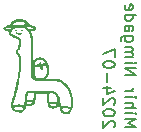
<source format=gbr>
%TF.GenerationSoftware,KiCad,Pcbnew,8.0.2*%
%TF.CreationDate,2024-07-16T12:59:33-07:00*%
%TF.ProjectId,sensor-node-rev-2,73656e73-6f72-42d6-9e6f-64652d726576,rev?*%
%TF.SameCoordinates,Original*%
%TF.FileFunction,Legend,Bot*%
%TF.FilePolarity,Positive*%
%FSLAX46Y46*%
G04 Gerber Fmt 4.6, Leading zero omitted, Abs format (unit mm)*
G04 Created by KiCad (PCBNEW 8.0.2) date 2024-07-16 12:59:33*
%MOMM*%
%LPD*%
G01*
G04 APERTURE LIST*
%ADD10C,0.150000*%
%ADD11C,0.000000*%
G04 APERTURE END LIST*
D10*
X118971442Y-114980361D02*
X119019061Y-114932742D01*
X119019061Y-114932742D02*
X119066680Y-114837504D01*
X119066680Y-114837504D02*
X119066680Y-114599409D01*
X119066680Y-114599409D02*
X119019061Y-114504171D01*
X119019061Y-114504171D02*
X118971442Y-114456552D01*
X118971442Y-114456552D02*
X118876204Y-114408933D01*
X118876204Y-114408933D02*
X118780966Y-114408933D01*
X118780966Y-114408933D02*
X118638109Y-114456552D01*
X118638109Y-114456552D02*
X118066680Y-115027980D01*
X118066680Y-115027980D02*
X118066680Y-114408933D01*
X119066680Y-113789885D02*
X119066680Y-113694647D01*
X119066680Y-113694647D02*
X119019061Y-113599409D01*
X119019061Y-113599409D02*
X118971442Y-113551790D01*
X118971442Y-113551790D02*
X118876204Y-113504171D01*
X118876204Y-113504171D02*
X118685728Y-113456552D01*
X118685728Y-113456552D02*
X118447633Y-113456552D01*
X118447633Y-113456552D02*
X118257157Y-113504171D01*
X118257157Y-113504171D02*
X118161919Y-113551790D01*
X118161919Y-113551790D02*
X118114300Y-113599409D01*
X118114300Y-113599409D02*
X118066680Y-113694647D01*
X118066680Y-113694647D02*
X118066680Y-113789885D01*
X118066680Y-113789885D02*
X118114300Y-113885123D01*
X118114300Y-113885123D02*
X118161919Y-113932742D01*
X118161919Y-113932742D02*
X118257157Y-113980361D01*
X118257157Y-113980361D02*
X118447633Y-114027980D01*
X118447633Y-114027980D02*
X118685728Y-114027980D01*
X118685728Y-114027980D02*
X118876204Y-113980361D01*
X118876204Y-113980361D02*
X118971442Y-113932742D01*
X118971442Y-113932742D02*
X119019061Y-113885123D01*
X119019061Y-113885123D02*
X119066680Y-113789885D01*
X118971442Y-113075599D02*
X119019061Y-113027980D01*
X119019061Y-113027980D02*
X119066680Y-112932742D01*
X119066680Y-112932742D02*
X119066680Y-112694647D01*
X119066680Y-112694647D02*
X119019061Y-112599409D01*
X119019061Y-112599409D02*
X118971442Y-112551790D01*
X118971442Y-112551790D02*
X118876204Y-112504171D01*
X118876204Y-112504171D02*
X118780966Y-112504171D01*
X118780966Y-112504171D02*
X118638109Y-112551790D01*
X118638109Y-112551790D02*
X118066680Y-113123218D01*
X118066680Y-113123218D02*
X118066680Y-112504171D01*
X118733347Y-111647028D02*
X118066680Y-111647028D01*
X119114300Y-111885123D02*
X118400014Y-112123218D01*
X118400014Y-112123218D02*
X118400014Y-111504171D01*
X118447633Y-111123218D02*
X118447633Y-110361314D01*
X119066680Y-109694647D02*
X119066680Y-109599409D01*
X119066680Y-109599409D02*
X119019061Y-109504171D01*
X119019061Y-109504171D02*
X118971442Y-109456552D01*
X118971442Y-109456552D02*
X118876204Y-109408933D01*
X118876204Y-109408933D02*
X118685728Y-109361314D01*
X118685728Y-109361314D02*
X118447633Y-109361314D01*
X118447633Y-109361314D02*
X118257157Y-109408933D01*
X118257157Y-109408933D02*
X118161919Y-109456552D01*
X118161919Y-109456552D02*
X118114300Y-109504171D01*
X118114300Y-109504171D02*
X118066680Y-109599409D01*
X118066680Y-109599409D02*
X118066680Y-109694647D01*
X118066680Y-109694647D02*
X118114300Y-109789885D01*
X118114300Y-109789885D02*
X118161919Y-109837504D01*
X118161919Y-109837504D02*
X118257157Y-109885123D01*
X118257157Y-109885123D02*
X118447633Y-109932742D01*
X118447633Y-109932742D02*
X118685728Y-109932742D01*
X118685728Y-109932742D02*
X118876204Y-109885123D01*
X118876204Y-109885123D02*
X118971442Y-109837504D01*
X118971442Y-109837504D02*
X119019061Y-109789885D01*
X119019061Y-109789885D02*
X119066680Y-109694647D01*
X119066680Y-109027980D02*
X119066680Y-108361314D01*
X119066680Y-108361314D02*
X118066680Y-108789885D01*
X119906680Y-114932742D02*
X120906680Y-114932742D01*
X120906680Y-114932742D02*
X120192395Y-114599409D01*
X120192395Y-114599409D02*
X120906680Y-114266076D01*
X120906680Y-114266076D02*
X119906680Y-114266076D01*
X119906680Y-113789885D02*
X120573347Y-113789885D01*
X120906680Y-113789885D02*
X120859061Y-113837504D01*
X120859061Y-113837504D02*
X120811442Y-113789885D01*
X120811442Y-113789885D02*
X120859061Y-113742266D01*
X120859061Y-113742266D02*
X120906680Y-113789885D01*
X120906680Y-113789885D02*
X120811442Y-113789885D01*
X119906680Y-113313695D02*
X120906680Y-113313695D01*
X119906680Y-112885124D02*
X120430490Y-112885124D01*
X120430490Y-112885124D02*
X120525728Y-112932743D01*
X120525728Y-112932743D02*
X120573347Y-113027981D01*
X120573347Y-113027981D02*
X120573347Y-113170838D01*
X120573347Y-113170838D02*
X120525728Y-113266076D01*
X120525728Y-113266076D02*
X120478109Y-113313695D01*
X119906680Y-112408933D02*
X120573347Y-112408933D01*
X120906680Y-112408933D02*
X120859061Y-112456552D01*
X120859061Y-112456552D02*
X120811442Y-112408933D01*
X120811442Y-112408933D02*
X120859061Y-112361314D01*
X120859061Y-112361314D02*
X120906680Y-112408933D01*
X120906680Y-112408933D02*
X120811442Y-112408933D01*
X119906680Y-111932743D02*
X120573347Y-111932743D01*
X120382871Y-111932743D02*
X120478109Y-111885124D01*
X120478109Y-111885124D02*
X120525728Y-111837505D01*
X120525728Y-111837505D02*
X120573347Y-111742267D01*
X120573347Y-111742267D02*
X120573347Y-111647029D01*
X119906680Y-110551790D02*
X120906680Y-110551790D01*
X120906680Y-110551790D02*
X119906680Y-109980362D01*
X119906680Y-109980362D02*
X120906680Y-109980362D01*
X119906680Y-109504171D02*
X120573347Y-109504171D01*
X120906680Y-109504171D02*
X120859061Y-109551790D01*
X120859061Y-109551790D02*
X120811442Y-109504171D01*
X120811442Y-109504171D02*
X120859061Y-109456552D01*
X120859061Y-109456552D02*
X120906680Y-109504171D01*
X120906680Y-109504171D02*
X120811442Y-109504171D01*
X119906680Y-109027981D02*
X120573347Y-109027981D01*
X120478109Y-109027981D02*
X120525728Y-108980362D01*
X120525728Y-108980362D02*
X120573347Y-108885124D01*
X120573347Y-108885124D02*
X120573347Y-108742267D01*
X120573347Y-108742267D02*
X120525728Y-108647029D01*
X120525728Y-108647029D02*
X120430490Y-108599410D01*
X120430490Y-108599410D02*
X119906680Y-108599410D01*
X120430490Y-108599410D02*
X120525728Y-108551791D01*
X120525728Y-108551791D02*
X120573347Y-108456553D01*
X120573347Y-108456553D02*
X120573347Y-108313696D01*
X120573347Y-108313696D02*
X120525728Y-108218457D01*
X120525728Y-108218457D02*
X120430490Y-108170838D01*
X120430490Y-108170838D02*
X119906680Y-108170838D01*
X120573347Y-107266077D02*
X119763823Y-107266077D01*
X119763823Y-107266077D02*
X119668585Y-107313696D01*
X119668585Y-107313696D02*
X119620966Y-107361315D01*
X119620966Y-107361315D02*
X119573347Y-107456553D01*
X119573347Y-107456553D02*
X119573347Y-107599410D01*
X119573347Y-107599410D02*
X119620966Y-107694648D01*
X119954300Y-107266077D02*
X119906680Y-107361315D01*
X119906680Y-107361315D02*
X119906680Y-107551791D01*
X119906680Y-107551791D02*
X119954300Y-107647029D01*
X119954300Y-107647029D02*
X120001919Y-107694648D01*
X120001919Y-107694648D02*
X120097157Y-107742267D01*
X120097157Y-107742267D02*
X120382871Y-107742267D01*
X120382871Y-107742267D02*
X120478109Y-107694648D01*
X120478109Y-107694648D02*
X120525728Y-107647029D01*
X120525728Y-107647029D02*
X120573347Y-107551791D01*
X120573347Y-107551791D02*
X120573347Y-107361315D01*
X120573347Y-107361315D02*
X120525728Y-107266077D01*
X119906680Y-106361315D02*
X120430490Y-106361315D01*
X120430490Y-106361315D02*
X120525728Y-106408934D01*
X120525728Y-106408934D02*
X120573347Y-106504172D01*
X120573347Y-106504172D02*
X120573347Y-106694648D01*
X120573347Y-106694648D02*
X120525728Y-106789886D01*
X119954300Y-106361315D02*
X119906680Y-106456553D01*
X119906680Y-106456553D02*
X119906680Y-106694648D01*
X119906680Y-106694648D02*
X119954300Y-106789886D01*
X119954300Y-106789886D02*
X120049538Y-106837505D01*
X120049538Y-106837505D02*
X120144776Y-106837505D01*
X120144776Y-106837505D02*
X120240014Y-106789886D01*
X120240014Y-106789886D02*
X120287633Y-106694648D01*
X120287633Y-106694648D02*
X120287633Y-106456553D01*
X120287633Y-106456553D02*
X120335252Y-106361315D01*
X119906680Y-105456553D02*
X120906680Y-105456553D01*
X119954300Y-105456553D02*
X119906680Y-105551791D01*
X119906680Y-105551791D02*
X119906680Y-105742267D01*
X119906680Y-105742267D02*
X119954300Y-105837505D01*
X119954300Y-105837505D02*
X120001919Y-105885124D01*
X120001919Y-105885124D02*
X120097157Y-105932743D01*
X120097157Y-105932743D02*
X120382871Y-105932743D01*
X120382871Y-105932743D02*
X120478109Y-105885124D01*
X120478109Y-105885124D02*
X120525728Y-105837505D01*
X120525728Y-105837505D02*
X120573347Y-105742267D01*
X120573347Y-105742267D02*
X120573347Y-105551791D01*
X120573347Y-105551791D02*
X120525728Y-105456553D01*
X119954300Y-104599410D02*
X119906680Y-104694648D01*
X119906680Y-104694648D02*
X119906680Y-104885124D01*
X119906680Y-104885124D02*
X119954300Y-104980362D01*
X119954300Y-104980362D02*
X120049538Y-105027981D01*
X120049538Y-105027981D02*
X120430490Y-105027981D01*
X120430490Y-105027981D02*
X120525728Y-104980362D01*
X120525728Y-104980362D02*
X120573347Y-104885124D01*
X120573347Y-104885124D02*
X120573347Y-104694648D01*
X120573347Y-104694648D02*
X120525728Y-104599410D01*
X120525728Y-104599410D02*
X120430490Y-104551791D01*
X120430490Y-104551791D02*
X120335252Y-104551791D01*
X120335252Y-104551791D02*
X120240014Y-105027981D01*
D11*
%TO.C,G\u002A\u002A\u002A*%
G36*
X110760056Y-106727237D02*
G01*
X110773644Y-106766385D01*
X110755986Y-106811229D01*
X110729327Y-106832047D01*
X110683983Y-106832000D01*
X110643080Y-106794560D01*
X110632114Y-106759385D01*
X110655055Y-106722814D01*
X110682912Y-106704377D01*
X110726164Y-106703373D01*
X110760056Y-106727237D01*
G37*
G36*
X111268685Y-106701780D02*
G01*
X111297487Y-106736922D01*
X111300752Y-106767173D01*
X111285728Y-106811067D01*
X111268630Y-106827003D01*
X111233611Y-106841827D01*
X111197263Y-106827433D01*
X111170677Y-106786748D01*
X111169735Y-106736922D01*
X111185039Y-106711819D01*
X111225164Y-106693412D01*
X111268685Y-106701780D01*
G37*
G36*
X110768699Y-106940497D02*
G01*
X110860325Y-106960641D01*
X110920100Y-106975162D01*
X110989626Y-106986769D01*
X111045857Y-106986023D01*
X111105041Y-106973799D01*
X111157920Y-106961902D01*
X111222153Y-106959898D01*
X111255526Y-106982180D01*
X111261237Y-107029896D01*
X111250493Y-107065989D01*
X111220306Y-107090677D01*
X111159466Y-107111381D01*
X111135331Y-107117184D01*
X111039070Y-107128635D01*
X110938216Y-107125946D01*
X110842111Y-107111034D01*
X110760100Y-107085818D01*
X110701524Y-107052213D01*
X110675729Y-107012136D01*
X110673647Y-106991712D01*
X110680909Y-106954484D01*
X110710744Y-106937928D01*
X110768699Y-106940497D01*
G37*
G36*
X111863568Y-106274318D02*
G01*
X111864852Y-106276272D01*
X111893831Y-106290036D01*
X111951990Y-106306419D01*
X112028554Y-106322285D01*
X112071089Y-106330059D01*
X112174718Y-106352554D01*
X112248503Y-106376357D01*
X112301747Y-106405001D01*
X112343754Y-106442022D01*
X112376129Y-106494792D01*
X112385460Y-106580070D01*
X112383343Y-106587959D01*
X112358049Y-106682218D01*
X112338236Y-106719557D01*
X112284205Y-106772826D01*
X112201946Y-106809010D01*
X112084989Y-106831651D01*
X112037639Y-106838910D01*
X111985333Y-106853817D01*
X111972596Y-106870907D01*
X112004458Y-106943730D01*
X112039402Y-107029870D01*
X112068608Y-107113003D01*
X112092610Y-107197668D01*
X112111944Y-107288400D01*
X112127144Y-107389737D01*
X112138743Y-107506217D01*
X112147276Y-107642377D01*
X112153278Y-107802754D01*
X112157282Y-107991886D01*
X112159823Y-108214310D01*
X112161436Y-108474564D01*
X112162315Y-108652177D01*
X112163447Y-108840234D01*
X112164760Y-108992061D01*
X112166415Y-109111075D01*
X112168574Y-109200697D01*
X112171401Y-109264346D01*
X112175057Y-109305441D01*
X112179705Y-109327401D01*
X112185507Y-109333645D01*
X112192625Y-109327594D01*
X112201222Y-109312665D01*
X112212097Y-109292945D01*
X112282174Y-109201224D01*
X112369685Y-109127633D01*
X112461403Y-109083804D01*
X112501383Y-109074934D01*
X112596777Y-109063476D01*
X112707262Y-109058637D01*
X112818604Y-109060417D01*
X112916567Y-109068813D01*
X112986916Y-109083827D01*
X113034997Y-109104132D01*
X113151256Y-109179189D01*
X113256049Y-109281869D01*
X113338004Y-109401870D01*
X113384093Y-109507741D01*
X113408390Y-109563554D01*
X113464622Y-109755777D01*
X113501752Y-109961679D01*
X113516632Y-110167765D01*
X113516321Y-110179808D01*
X113512697Y-110320187D01*
X113489204Y-110482877D01*
X113443406Y-110616240D01*
X113373559Y-110724998D01*
X113277919Y-110813872D01*
X113210892Y-110863322D01*
X113578048Y-110851948D01*
X113856864Y-110852069D01*
X114106995Y-110872276D01*
X114328436Y-110914279D01*
X114525888Y-110979639D01*
X114704053Y-111069920D01*
X114867634Y-111186683D01*
X115021331Y-111331490D01*
X115136378Y-111465549D01*
X115284642Y-111688747D01*
X115399112Y-111934356D01*
X115480274Y-112203758D01*
X115528615Y-112498336D01*
X115544620Y-112819473D01*
X115543660Y-112844974D01*
X115536225Y-113042376D01*
X115505671Y-113269798D01*
X115461822Y-113431087D01*
X115453029Y-113463428D01*
X115378584Y-113622508D01*
X115282617Y-113746279D01*
X115165414Y-113833985D01*
X115132758Y-113848837D01*
X115027070Y-113872104D01*
X114908965Y-113871201D01*
X114794013Y-113847219D01*
X114697783Y-113801247D01*
X114631022Y-113746247D01*
X114543602Y-113639839D01*
X114467017Y-113499611D01*
X114426238Y-113393244D01*
X114635620Y-113393244D01*
X114675086Y-113469954D01*
X114678889Y-113477091D01*
X114724831Y-113546055D01*
X114778434Y-113607342D01*
X114816675Y-113637279D01*
X114907084Y-113674319D01*
X115003011Y-113677534D01*
X115091377Y-113645337D01*
X115123265Y-113621007D01*
X115171337Y-113570700D01*
X115211719Y-113514635D01*
X115236565Y-113464277D01*
X115238026Y-113431087D01*
X115237064Y-113429721D01*
X115205167Y-113409770D01*
X115146027Y-113387463D01*
X115073185Y-113366702D01*
X115000181Y-113351385D01*
X114940555Y-113345413D01*
X114907916Y-113347073D01*
X114834294Y-113355737D01*
X114754704Y-113369329D01*
X114635620Y-113393244D01*
X114426238Y-113393244D01*
X114398726Y-113321483D01*
X114330304Y-113112572D01*
X114281293Y-113184698D01*
X114258792Y-113212857D01*
X114178697Y-113279440D01*
X114075680Y-113335209D01*
X113963616Y-113373534D01*
X113856379Y-113387782D01*
X113847868Y-113387684D01*
X113722704Y-113366923D01*
X113598604Y-113314748D01*
X113492390Y-113238079D01*
X113487086Y-113232935D01*
X113422144Y-113142271D01*
X113379443Y-113030850D01*
X113606708Y-113030850D01*
X113607644Y-113066539D01*
X113647890Y-113109001D01*
X113725804Y-113156303D01*
X113741685Y-113163956D01*
X113804612Y-113187435D01*
X113854327Y-113196658D01*
X113913083Y-113185472D01*
X113986644Y-113157349D01*
X114055560Y-113120709D01*
X114101382Y-113083969D01*
X114105028Y-113079439D01*
X114115244Y-113056825D01*
X114098654Y-113038141D01*
X114048594Y-113014633D01*
X114044021Y-113012821D01*
X113980954Y-112997988D01*
X113897813Y-112990115D01*
X113807010Y-112988956D01*
X113720954Y-112994263D01*
X113652057Y-113005791D01*
X113612729Y-113023292D01*
X113606708Y-113030850D01*
X113379443Y-113030850D01*
X113373493Y-113015324D01*
X113340977Y-112851322D01*
X113324438Y-112649496D01*
X113324205Y-112571519D01*
X113516280Y-112571519D01*
X113521221Y-112681799D01*
X113527788Y-112755939D01*
X113535338Y-112813924D01*
X113545008Y-112843568D01*
X113559580Y-112852518D01*
X113581837Y-112848424D01*
X113620517Y-112839815D01*
X113702766Y-112829467D01*
X113800168Y-112823018D01*
X113898448Y-112820974D01*
X113983328Y-112823843D01*
X114040533Y-112832132D01*
X114046108Y-112833756D01*
X114105822Y-112852365D01*
X114149608Y-112867913D01*
X114175524Y-112874235D01*
X114193546Y-112861846D01*
X114206550Y-112822489D01*
X114218960Y-112748550D01*
X114219332Y-112745845D01*
X114217897Y-112658925D01*
X114197781Y-112551333D01*
X114163276Y-112437349D01*
X114118675Y-112331252D01*
X114068271Y-112247321D01*
X114052291Y-112226980D01*
X113987760Y-112161061D01*
X113917293Y-112121191D01*
X113829297Y-112102587D01*
X113712176Y-112100468D01*
X113683082Y-112101440D01*
X113542702Y-112106130D01*
X113524455Y-112303846D01*
X113522797Y-112323337D01*
X113516876Y-112443839D01*
X113516280Y-112571519D01*
X113324205Y-112571519D01*
X113323720Y-112409073D01*
X113331748Y-112116723D01*
X112859952Y-112116723D01*
X112388156Y-112116723D01*
X112387737Y-112280901D01*
X112384575Y-112397985D01*
X112366308Y-112587195D01*
X112333059Y-112754809D01*
X112298129Y-112858991D01*
X112286272Y-112894356D01*
X112227392Y-112999367D01*
X112199944Y-113029935D01*
X112117965Y-113092311D01*
X112015880Y-113145754D01*
X111908776Y-113183084D01*
X111811744Y-113197123D01*
X111781885Y-113196008D01*
X111706663Y-113185192D01*
X111649127Y-113166599D01*
X111590100Y-113136075D01*
X111552845Y-113256632D01*
X111519527Y-113340200D01*
X111488983Y-113416812D01*
X111404978Y-113548851D01*
X111304351Y-113646303D01*
X111189586Y-113706093D01*
X111189264Y-113706199D01*
X111118389Y-113718720D01*
X111020731Y-113722213D01*
X110910667Y-113717316D01*
X110802577Y-113704665D01*
X110710839Y-113684897D01*
X110663983Y-113668104D01*
X110549445Y-113604847D01*
X110445021Y-113519083D01*
X110366814Y-113423068D01*
X110360643Y-113412928D01*
X110330715Y-113356694D01*
X110318831Y-113320999D01*
X110537928Y-113320999D01*
X110555563Y-113352804D01*
X110574344Y-113376249D01*
X110645680Y-113431533D01*
X110744071Y-113478882D01*
X110858632Y-113512559D01*
X110865771Y-113514033D01*
X111001711Y-113531493D01*
X111109732Y-113521358D01*
X111194902Y-113482381D01*
X111262289Y-113413317D01*
X111289921Y-113373278D01*
X111303550Y-113340200D01*
X111288833Y-113317706D01*
X111243676Y-113292180D01*
X111240800Y-113290704D01*
X111115887Y-113246079D01*
X110970414Y-113230105D01*
X110800789Y-113242738D01*
X110603417Y-113283929D01*
X110584233Y-113289025D01*
X110545105Y-113303164D01*
X110537928Y-113320999D01*
X110318831Y-113320999D01*
X110312135Y-113300888D01*
X110301358Y-113231245D01*
X110294839Y-113133503D01*
X110293857Y-113109828D01*
X110293601Y-113014831D01*
X110300596Y-112920275D01*
X110316295Y-112819547D01*
X110342154Y-112706033D01*
X110379629Y-112573121D01*
X110430173Y-112414195D01*
X110495243Y-112222644D01*
X110507070Y-112188321D01*
X110639704Y-111767288D01*
X110745472Y-111354125D01*
X110829135Y-110930401D01*
X110855836Y-110766039D01*
X110897401Y-110468452D01*
X110928813Y-110182068D01*
X110949931Y-109911127D01*
X110960612Y-109659867D01*
X110960714Y-109432528D01*
X110950095Y-109233347D01*
X110928611Y-109066565D01*
X110896120Y-108936418D01*
X110892451Y-108926606D01*
X110849603Y-108851361D01*
X110791844Y-108787822D01*
X110733536Y-108726663D01*
X110687122Y-108631126D01*
X110679014Y-108526714D01*
X110709373Y-108419084D01*
X110778359Y-108313893D01*
X110839411Y-108233696D01*
X110905947Y-108103287D01*
X110944232Y-107954020D01*
X110957094Y-107777404D01*
X110957381Y-107725093D01*
X110955484Y-107655000D01*
X110946091Y-107601952D01*
X110923981Y-107560280D01*
X110883932Y-107524316D01*
X110820724Y-107488391D01*
X110729134Y-107446837D01*
X110603943Y-107393984D01*
X110577107Y-107382614D01*
X110411431Y-107306672D01*
X110283185Y-107235382D01*
X110188748Y-107165618D01*
X110124503Y-107094249D01*
X110086831Y-107018148D01*
X110072520Y-106936501D01*
X110276524Y-106936501D01*
X110310526Y-107004763D01*
X110385629Y-107068794D01*
X110432606Y-107094937D01*
X110508724Y-107132137D01*
X110603131Y-107175234D01*
X110705260Y-107219253D01*
X110855862Y-107285762D01*
X110970485Y-107346789D01*
X111053649Y-107407821D01*
X111110069Y-107474425D01*
X111144460Y-107552169D01*
X111161536Y-107646620D01*
X111166012Y-107763345D01*
X111155089Y-107915072D01*
X111123502Y-108070940D01*
X111074686Y-108215288D01*
X111012081Y-108338022D01*
X110939127Y-108429048D01*
X110915102Y-108455224D01*
X110884948Y-108523243D01*
X110896165Y-108592165D01*
X110948552Y-108657119D01*
X110994947Y-108701497D01*
X111042018Y-108764461D01*
X111078994Y-108841109D01*
X111106881Y-108936187D01*
X111126687Y-109054446D01*
X111139419Y-109200633D01*
X111146084Y-109379498D01*
X111147690Y-109595789D01*
X111136530Y-109997198D01*
X111085449Y-110574041D01*
X110993817Y-111147676D01*
X110862499Y-111713026D01*
X110692362Y-112265013D01*
X110669101Y-112332451D01*
X110600996Y-112539055D01*
X110547784Y-112716094D01*
X110509789Y-112862018D01*
X110487338Y-112975274D01*
X110480756Y-113054310D01*
X110490368Y-113097574D01*
X110516500Y-113103514D01*
X110528025Y-113099985D01*
X110578687Y-113088252D01*
X110654334Y-113073125D01*
X110743351Y-113056989D01*
X110817405Y-113045766D01*
X110982877Y-113035567D01*
X111130671Y-113051390D01*
X111272656Y-113094066D01*
X111313395Y-113109472D01*
X111361454Y-113125389D01*
X111382564Y-113129050D01*
X111384369Y-113125635D01*
X111392162Y-113089551D01*
X111401310Y-113023536D01*
X111410888Y-112937253D01*
X111414470Y-112899031D01*
X111604337Y-112899031D01*
X111607624Y-112906750D01*
X111637440Y-112933268D01*
X111688230Y-112963665D01*
X111698294Y-112968744D01*
X111763599Y-112996221D01*
X111818862Y-113002975D01*
X111879346Y-112988329D01*
X111960311Y-112951608D01*
X111999640Y-112930587D01*
X112054271Y-112890773D01*
X112067633Y-112858991D01*
X112040032Y-112835666D01*
X111971774Y-112821225D01*
X111863164Y-112816094D01*
X111824231Y-112817568D01*
X111744696Y-112828989D01*
X111674127Y-112848747D01*
X111623636Y-112873282D01*
X111604337Y-112899031D01*
X111414470Y-112899031D01*
X111419968Y-112840371D01*
X111427623Y-112742554D01*
X111432926Y-112653467D01*
X111434694Y-112591752D01*
X111625685Y-112591752D01*
X111626666Y-112660272D01*
X111632367Y-112695473D01*
X111646602Y-112706277D01*
X111673186Y-112701602D01*
X111698380Y-112695961D01*
X111762439Y-112685353D01*
X111837364Y-112675836D01*
X111919079Y-112672512D01*
X112044143Y-112694782D01*
X112071177Y-112703404D01*
X112120075Y-112713986D01*
X112143622Y-112711364D01*
X112149240Y-112693979D01*
X112159081Y-112640030D01*
X112169772Y-112561830D01*
X112180136Y-112470096D01*
X112188997Y-112375544D01*
X112195176Y-112288891D01*
X112197498Y-112220855D01*
X112197498Y-112101440D01*
X112086280Y-112088081D01*
X112010410Y-112080320D01*
X111888753Y-112075278D01*
X111798456Y-112082552D01*
X111744166Y-112101953D01*
X111718702Y-112138794D01*
X111692078Y-112207482D01*
X111666924Y-112297476D01*
X111645781Y-112398301D01*
X111631188Y-112499482D01*
X111625686Y-112590545D01*
X111625685Y-112591752D01*
X111434694Y-112591752D01*
X111434951Y-112582778D01*
X111435992Y-112539327D01*
X111447545Y-112414961D01*
X111469725Y-112287171D01*
X111499829Y-112167406D01*
X111535156Y-112067114D01*
X111573006Y-111997741D01*
X111605565Y-111959537D01*
X111641587Y-111930225D01*
X111686374Y-111909379D01*
X111745497Y-111896220D01*
X111824529Y-111889967D01*
X111929043Y-111889842D01*
X112064612Y-111895064D01*
X112236807Y-111904853D01*
X112396286Y-111913243D01*
X112672517Y-111921587D01*
X112973110Y-111923204D01*
X113306817Y-111918204D01*
X113924022Y-111903748D01*
X114035831Y-111959465D01*
X114048077Y-111965763D01*
X114134175Y-112023734D01*
X114209011Y-112102345D01*
X114274939Y-112205940D01*
X114334318Y-112338864D01*
X114389502Y-112505463D01*
X114442848Y-112710083D01*
X114451312Y-112745845D01*
X114470531Y-112827053D01*
X114502189Y-112959059D01*
X114526792Y-113056825D01*
X114527026Y-113057755D01*
X114546771Y-113127760D01*
X114563153Y-113173695D01*
X114577902Y-113200179D01*
X114592746Y-113211832D01*
X114609416Y-113213274D01*
X114629639Y-113209126D01*
X114646773Y-113205884D01*
X114708249Y-113198094D01*
X114792959Y-113190180D01*
X114887906Y-113183436D01*
X114903547Y-113182524D01*
X115003212Y-113178792D01*
X115076418Y-113181798D01*
X115136955Y-113192868D01*
X115198612Y-113213329D01*
X115308066Y-113255265D01*
X115321165Y-113210306D01*
X115330036Y-113165966D01*
X115339293Y-113078183D01*
X115345487Y-112967502D01*
X115348394Y-112844974D01*
X115347792Y-112721652D01*
X115343457Y-112608589D01*
X115335166Y-112516836D01*
X115329551Y-112476596D01*
X115280284Y-112220385D01*
X115210261Y-111995259D01*
X115116471Y-111794595D01*
X114995901Y-111611766D01*
X114845538Y-111440150D01*
X114714584Y-111321172D01*
X114577592Y-111227820D01*
X114424250Y-111155317D01*
X114241784Y-111096389D01*
X114200373Y-111085569D01*
X114140189Y-111072299D01*
X114079035Y-111063189D01*
X114008636Y-111057683D01*
X113920717Y-111055224D01*
X113807002Y-111055256D01*
X113659216Y-111057223D01*
X113481606Y-111060045D01*
X113258967Y-111063084D01*
X113071644Y-111064682D01*
X112915480Y-111064576D01*
X112786319Y-111062506D01*
X112680007Y-111058209D01*
X112592388Y-111051425D01*
X112519305Y-111041891D01*
X112456604Y-111029347D01*
X112400129Y-111013531D01*
X112345723Y-110994182D01*
X112289233Y-110971038D01*
X112248927Y-110951285D01*
X112143653Y-110878767D01*
X112048374Y-110786303D01*
X111978824Y-110688226D01*
X111970388Y-110672057D01*
X111955524Y-110638125D01*
X111945670Y-110600917D01*
X111940172Y-110552621D01*
X111938377Y-110485426D01*
X111939633Y-110391521D01*
X111943286Y-110263095D01*
X111944438Y-110218904D01*
X111946354Y-110111425D01*
X111948121Y-109969797D01*
X111949236Y-109849745D01*
X112271643Y-109849745D01*
X112272977Y-110067012D01*
X112273784Y-110119218D01*
X112288873Y-110331821D01*
X112322405Y-110511231D01*
X112373915Y-110654756D01*
X112391500Y-110689056D01*
X112423203Y-110732688D01*
X112466548Y-110760947D01*
X112536447Y-110785864D01*
X112607936Y-110805380D01*
X112734439Y-110821993D01*
X112851213Y-110808308D01*
X112972203Y-110763615D01*
X113041576Y-110728417D01*
X113153523Y-110654442D01*
X113233033Y-110569814D01*
X113284408Y-110467313D01*
X113311947Y-110339718D01*
X113319953Y-110179808D01*
X113319166Y-110143803D01*
X113312101Y-110047054D01*
X113299298Y-109944535D01*
X113282704Y-109848267D01*
X113264264Y-109770274D01*
X113245925Y-109722577D01*
X113245548Y-109722093D01*
X113219651Y-109719547D01*
X113164949Y-109727129D01*
X113092702Y-109743314D01*
X113014247Y-109766583D01*
X112968248Y-109788731D01*
X112957525Y-109809870D01*
X112957804Y-109810969D01*
X112963276Y-109848036D01*
X112969862Y-109913168D01*
X112976199Y-109992995D01*
X112980798Y-110069226D01*
X112977851Y-110120422D01*
X112960376Y-110143276D01*
X112922127Y-110145134D01*
X112856860Y-110133341D01*
X112814856Y-110120942D01*
X112794822Y-110095639D01*
X112790540Y-110043307D01*
X112787977Y-109996328D01*
X112777587Y-109928473D01*
X112762110Y-109868391D01*
X112744692Y-109827539D01*
X112728480Y-109817374D01*
X112712877Y-109821151D01*
X112661422Y-109827266D01*
X112584311Y-109833503D01*
X112491302Y-109838973D01*
X112271643Y-109849745D01*
X111949236Y-109849745D01*
X111949705Y-109799244D01*
X111951067Y-109605546D01*
X112313370Y-109605546D01*
X112315627Y-109640771D01*
X112321463Y-109646363D01*
X112346088Y-109653225D01*
X112393699Y-109655037D01*
X112470666Y-109651872D01*
X112583356Y-109643801D01*
X112626709Y-109639879D01*
X112664363Y-109631178D01*
X112675969Y-109612572D01*
X112671356Y-109576551D01*
X112670229Y-109570697D01*
X112669038Y-109533218D01*
X112689467Y-109508477D01*
X112740961Y-109483900D01*
X112822435Y-109450596D01*
X112854212Y-109523271D01*
X112860176Y-109536019D01*
X112886010Y-109575917D01*
X112907172Y-109587976D01*
X112927842Y-109581976D01*
X112980850Y-109568777D01*
X113050166Y-109552750D01*
X113104100Y-109538835D01*
X113153088Y-109521433D01*
X113171976Y-109507741D01*
X113169989Y-109498979D01*
X113145183Y-109460506D01*
X113099931Y-109409997D01*
X113044310Y-109357252D01*
X112988394Y-109312074D01*
X112942258Y-109284263D01*
X112940045Y-109283356D01*
X112863962Y-109264509D01*
X112763068Y-109255247D01*
X112653359Y-109256230D01*
X112550833Y-109268117D01*
X112491820Y-109288789D01*
X112420336Y-109344961D01*
X112414670Y-109352096D01*
X112381990Y-109406366D01*
X112351149Y-109475356D01*
X112326743Y-109546078D01*
X112313370Y-109605546D01*
X111951067Y-109605546D01*
X111951071Y-109604990D01*
X111952185Y-109392260D01*
X111953011Y-109166278D01*
X111953516Y-108932268D01*
X111953664Y-108695455D01*
X111953630Y-108587483D01*
X111953368Y-108338721D01*
X111952783Y-108127318D01*
X111951780Y-107949673D01*
X111950265Y-107802184D01*
X111948143Y-107681249D01*
X111945320Y-107583264D01*
X111941702Y-107504627D01*
X111937194Y-107441737D01*
X111931702Y-107390991D01*
X111925130Y-107348786D01*
X111917386Y-107311520D01*
X111862177Y-107124921D01*
X111777007Y-106944108D01*
X111667556Y-106797767D01*
X111532917Y-106685163D01*
X111372184Y-106605560D01*
X111184449Y-106558223D01*
X110968807Y-106542418D01*
X110803109Y-106550462D01*
X110636451Y-106582050D01*
X110498979Y-106638576D01*
X110387208Y-106721109D01*
X110331851Y-106780801D01*
X110283630Y-106862387D01*
X110276524Y-106936501D01*
X110072520Y-106936501D01*
X110072114Y-106934186D01*
X110069135Y-106902931D01*
X110053094Y-106866643D01*
X110015513Y-106850837D01*
X110002695Y-106848242D01*
X109859286Y-106810965D01*
X109755297Y-106766012D01*
X109688479Y-106712430D01*
X109679187Y-106700849D01*
X109647402Y-106650757D01*
X109634946Y-106612470D01*
X109636389Y-106603588D01*
X109877815Y-106603588D01*
X109930775Y-106624304D01*
X109937902Y-106626938D01*
X109998749Y-106644039D01*
X110068473Y-106657762D01*
X110106651Y-106662104D01*
X110148208Y-106657419D01*
X110188391Y-106634354D01*
X110242424Y-106586691D01*
X110284580Y-106546154D01*
X110308832Y-106517760D01*
X110307064Y-106505511D01*
X110293662Y-106504081D01*
X111627696Y-106504081D01*
X111642360Y-106517760D01*
X111653985Y-106528604D01*
X111710994Y-106571727D01*
X111741863Y-106593986D01*
X111801521Y-106629763D01*
X111854472Y-106645591D01*
X111917873Y-106647778D01*
X111996635Y-106644029D01*
X112086430Y-106634762D01*
X112144002Y-106620230D01*
X112175414Y-106599291D01*
X112182701Y-106587959D01*
X112175904Y-106567836D01*
X112133170Y-106548151D01*
X112076590Y-106533226D01*
X111991552Y-106517176D01*
X111893767Y-106502564D01*
X111796792Y-106491189D01*
X111714185Y-106484847D01*
X111659500Y-106485338D01*
X111652611Y-106486227D01*
X111628460Y-106492006D01*
X111627696Y-106504081D01*
X110293662Y-106504081D01*
X110282388Y-106502878D01*
X110215765Y-106508255D01*
X110121090Y-106524643D01*
X110025323Y-106547814D01*
X109948896Y-106573445D01*
X109877815Y-106603588D01*
X109636389Y-106603588D01*
X109641509Y-106572071D01*
X109684919Y-106500361D01*
X109767167Y-106436994D01*
X109886243Y-106383319D01*
X110040136Y-106340683D01*
X110110939Y-106325015D01*
X110165814Y-106309034D01*
X110198305Y-106289752D01*
X110213749Y-106267732D01*
X110439199Y-106267732D01*
X110445099Y-106279547D01*
X110476272Y-106286269D01*
X110502781Y-106284745D01*
X110566838Y-106282485D01*
X110661702Y-106279757D01*
X110781345Y-106276724D01*
X110919739Y-106273544D01*
X111070857Y-106270381D01*
X111628370Y-106259258D01*
X111568689Y-106202137D01*
X111550161Y-106185184D01*
X111462304Y-106123905D01*
X111356913Y-106081118D01*
X111226199Y-106054347D01*
X111062374Y-106041114D01*
X110976625Y-106039147D01*
X110817833Y-106046385D01*
X110690704Y-106070413D01*
X110589760Y-106112547D01*
X110509523Y-106174105D01*
X110488321Y-106196396D01*
X110453110Y-106239949D01*
X110439199Y-106267732D01*
X110213749Y-106267732D01*
X110218777Y-106260564D01*
X110237594Y-106214868D01*
X110253138Y-106179889D01*
X110322861Y-106076423D01*
X110417959Y-105984153D01*
X110526024Y-105915939D01*
X110658236Y-105868655D01*
X110825466Y-105837758D01*
X111005035Y-105828604D01*
X111186820Y-105840478D01*
X111360697Y-105872663D01*
X111516542Y-105924442D01*
X111644232Y-105995097D01*
X111656717Y-106004701D01*
X111717646Y-106063060D01*
X111779922Y-106136985D01*
X111832308Y-106212172D01*
X111855993Y-106259258D01*
X111863568Y-106274318D01*
G37*
%TD*%
M02*

</source>
